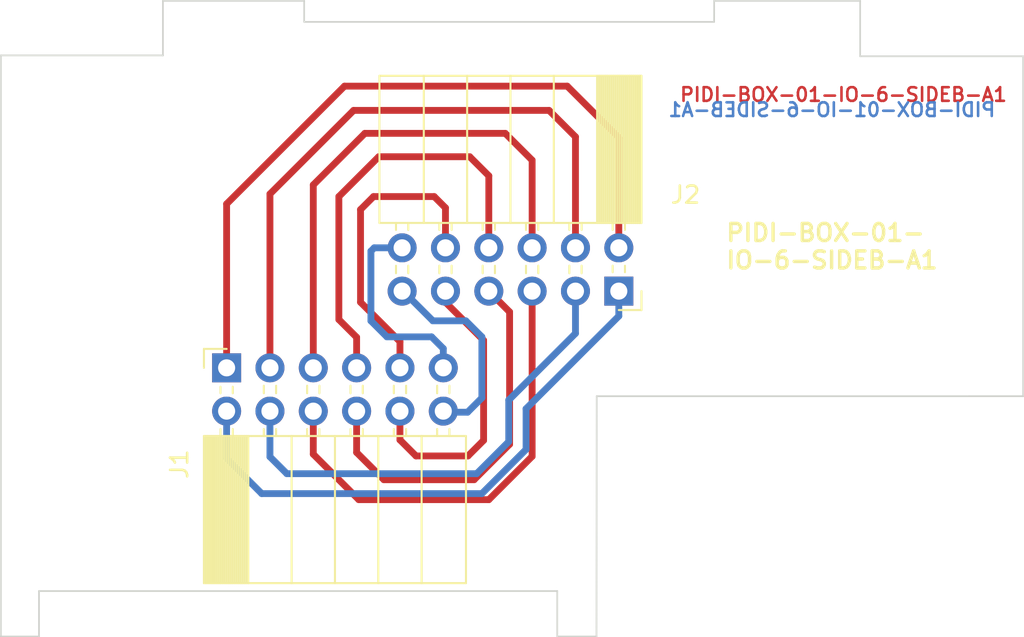
<source format=kicad_pcb>
(kicad_pcb (version 20241229) (generator "pcbnew") (generator_version "9.0")
  (layers (0 "F.Cu" signal) (2 "B.Cu" signal) (13 "F.Paste" user) (15 "B.Paste" user) (5 "F.SilkS" user "F.Silkscreen") (7 "B.SilkS" user "B.Silkscreen") (1 "F.Mask" user) (3 "B.Mask" user) (25 "Edge.Cuts" user))
  (net 0 "")
  (net 1 "Net-(J1-Pin_8)")
  (net 2 "Net-(J1-Pin_1)")
  (net 3 "Net-(J1-Pin_5)")
  (net 4 "Net-(J1-Pin_4)")
  (net 5 "Net-(J1-Pin_9)")
  (net 6 "Net-(J1-Pin_10)")
  (net 7 "Net-(J1-Pin_11)")
  (net 8 "Net-(J1-Pin_3)")
  (net 9 "Net-(J1-Pin_6)")
  (net 10 "Net-(J1-Pin_2)")
  (net 11 "Net-(J1-Pin_12)")
  (net 12 "Net-(J1-Pin_7)")
  (footprint "Connector_PinSocket_2.54mm:PinSocket_2x06_P2.54mm_Horizontal" (layer "F.Cu") (at 127.6604 91.5 -90)
    (property "Reference" "J2" (at -5.65 -3.9116 0) (layer "F.SilkS"))
    (property "Value" "Conn_02x06_Odd_Even" (hide yes))
    (fp_line (start -12.63 14.03) (end -4 14.03) (stroke (width 0.12)) (layer "F.SilkS"))
    (fp_line (start -4 13.06) (end -3.59 13.06) (stroke (width 0.12)) (layer "F.SilkS"))
    (fp_line (start -1.49 13.06) (end -1.05 13.06) (stroke (width 0.12)) (layer "F.SilkS"))
    (fp_line (start -4 12.34) (end -3.59 12.34) (stroke (width 0.12)) (layer "F.SilkS"))
    (fp_line (start -1.49 12.34) (end -1.05 12.34) (stroke (width 0.12)) (layer "F.SilkS"))
    (fp_line (start -12.63 11.43) (end -4 11.43) (stroke (width 0.12)) (layer "F.SilkS"))
    (fp_line (start -4 10.52) (end -3.59 10.52) (stroke (width 0.12)) (layer "F.SilkS"))
    (fp_line (start -1.49 10.52) (end -1.05 10.52) (stroke (width 0.12)) (layer "F.SilkS"))
    (fp_line (start -4 9.8) (end -3.59 9.8) (stroke (width 0.12)) (layer "F.SilkS"))
    (fp_line (start -1.49 9.8) (end -1.05 9.8) (stroke (width 0.12)) (layer "F.SilkS"))
    (fp_line (start -12.63 8.89) (end -4 8.89) (stroke (width 0.12)) (layer "F.SilkS"))
    (fp_line (start -4 7.98) (end -3.59 7.98) (stroke (width 0.12)) (layer "F.SilkS"))
    (fp_line (start -1.49 7.98) (end -1.05 7.98) (stroke (width 0.12)) (layer "F.SilkS"))
    (fp_line (start -4 7.26) (end -3.59 7.26) (stroke (width 0.12)) (layer "F.SilkS"))
    (fp_line (start -1.49 7.26) (end -1.05 7.26) (stroke (width 0.12)) (layer "F.SilkS"))
    (fp_line (start -12.63 6.35) (end -4 6.35) (stroke (width 0.12)) (layer "F.SilkS"))
    (fp_line (start -4 5.44) (end -3.59 5.44) (stroke (width 0.12)) (layer "F.SilkS"))
    (fp_line (start -1.49 5.44) (end -1.05 5.44) (stroke (width 0.12)) (layer "F.SilkS"))
    (fp_line (start -4 4.72) (end -3.59 4.72) (stroke (width 0.12)) (layer "F.SilkS"))
    (fp_line (start -1.49 4.72) (end -1.05 4.72) (stroke (width 0.12)) (layer "F.SilkS"))
    (fp_line (start -12.63 3.81) (end -4 3.81) (stroke (width 0.12)) (layer "F.SilkS"))
    (fp_line (start -4 2.9) (end -3.59 2.9) (stroke (width 0.12)) (layer "F.SilkS"))
    (fp_line (start -1.49 2.9) (end -1.05 2.9) (stroke (width 0.12)) (layer "F.SilkS"))
    (fp_line (start -4 2.18) (end -3.59 2.18) (stroke (width 0.12)) (layer "F.SilkS"))
    (fp_line (start -1.49 2.18) (end -1.05 2.18) (stroke (width 0.12)) (layer "F.SilkS"))
    (fp_line (start -12.63 1.27) (end -4 1.27) (stroke (width 0.12)) (layer "F.SilkS"))
    (fp_line (start -12.63 1.1519) (end -4 1.1519) (stroke (width 0.12)) (layer "F.SilkS"))
    (fp_line (start -12.63 1.033805) (end -4 1.033805) (stroke (width 0.12)) (layer "F.SilkS"))
    (fp_line (start -12.63 0.91571) (end -4 0.91571) (stroke (width 0.12)) (layer "F.SilkS"))
    (fp_line (start -12.63 0.797615) (end -4 0.797615) (stroke (width 0.12)) (layer "F.SilkS"))
    (fp_line (start -12.63 0.67952) (end -4 0.67952) (stroke (width 0.12)) (layer "F.SilkS"))
    (fp_line (start -12.63 0.561425) (end -4 0.561425) (stroke (width 0.12)) (layer "F.SilkS"))
    (fp_line (start -12.63 0.44333) (end -4 0.44333) (stroke (width 0.12)) (layer "F.SilkS"))
    (fp_line (start -4 0.36) (end -3.59 0.36) (stroke (width 0.12)) (layer "F.SilkS"))
    (fp_line (start -1.49 0.36) (end -1.11 0.36) (stroke (width 0.12)) (layer "F.SilkS"))
    (fp_line (start -12.63 0.325235) (end -4 0.325235) (stroke (width 0.12)) (layer "F.SilkS"))
    (fp_line (start -12.63 0.20714) (end -4 0.20714) (stroke (width 0.12)) (layer "F.SilkS"))
    (fp_line (start -12.63 0.089045) (end -4 0.089045) (stroke (width 0.12)) (layer "F.SilkS"))
    (fp_line (start -12.63 -0.02905) (end -4 -0.02905) (stroke (width 0.12)) (layer "F.SilkS"))
    (fp_line (start -12.63 -0.147145) (end -4 -0.147145) (stroke (width 0.12)) (layer "F.SilkS"))
    (fp_line (start -12.63 -0.26524) (end -4 -0.26524) (stroke (width 0.12)) (layer "F.SilkS"))
    (fp_line (start -4 -0.36) (end -3.59 -0.36) (stroke (width 0.12)) (layer "F.SilkS"))
    (fp_line (start -1.49 -0.36) (end -1.11 -0.36) (stroke (width 0.12)) (layer "F.SilkS"))
    (fp_line (start -12.63 -0.383335) (end -4 -0.383335) (stroke (width 0.12)) (layer "F.SilkS"))
    (fp_line (start -12.63 -0.50143) (end -4 -0.50143) (stroke (width 0.12)) (layer "F.SilkS"))
    (fp_line (start -12.63 -0.619525) (end -4 -0.619525) (stroke (width 0.12)) (layer "F.SilkS"))
    (fp_line (start -12.63 -0.73762) (end -4 -0.73762) (stroke (width 0.12)) (layer "F.SilkS"))
    (fp_line (start -12.63 -0.855715) (end -4 -0.855715) (stroke (width 0.12)) (layer "F.SilkS"))
    (fp_line (start -12.63 -0.97381) (end -4 -0.97381) (stroke (width 0.12)) (layer "F.SilkS"))
    (fp_line (start -12.63 -1.091905) (end -4 -1.091905) (stroke (width 0.12)) (layer "F.SilkS"))
    (fp_line (start -12.63 -1.21) (end -4 -1.21) (stroke (width 0.12)) (layer "F.SilkS"))
    (fp_line (start -12.63 -1.33) (end -12.63 14.03) (stroke (width 0.12)) (layer "F.SilkS"))
    (fp_line (start -12.63 -1.33) (end -4 -1.33) (stroke (width 0.12)) (layer "F.SilkS"))
    (fp_line (start -4 -1.33) (end -4 14.03) (stroke (width 0.12)) (layer "F.SilkS"))
    (fp_line (start 0 -1.33) (end 1.11 -1.33) (stroke (width 0.12)) (layer "F.SilkS"))
    (fp_line (start 1.11 -1.33) (end 1.11 0) (stroke (width 0.12)) (layer "F.SilkS"))
    (pad "1" thru_hole rect (at 0 0 270) (size 1.7 1.7) (drill 1) (layers "*.Cu" "*.Mask") (net 10 "Net-(J1-Pin_2)"))
    (pad "2" thru_hole circle (at -2.54 0 270) (size 1.7 1.7) (drill 1) (layers "*.Cu" "*.Mask") (net 2 "Net-(J1-Pin_1)"))
    (pad "3" thru_hole circle (at 0 2.54 270) (size 1.7 1.7) (drill 1) (layers "*.Cu" "*.Mask") (net 4 "Net-(J1-Pin_4)"))
    (pad "4" thru_hole circle (at -2.54 2.54 270) (size 1.7 1.7) (drill 1) (layers "*.Cu" "*.Mask") (net 8 "Net-(J1-Pin_3)"))
    (pad "5" thru_hole circle (at 0 5.08 270) (size 1.7 1.7) (drill 1) (layers "*.Cu" "*.Mask") (net 9 "Net-(J1-Pin_6)"))
    (pad "6" thru_hole circle (at -2.54 5.08 270) (size 1.7 1.7) (drill 1) (layers "*.Cu" "*.Mask") (net 3 "Net-(J1-Pin_5)"))
    (pad "7" thru_hole circle (at 0 7.62 270) (size 1.7 1.7) (drill 1) (layers "*.Cu" "*.Mask") (net 1 "Net-(J1-Pin_8)"))
    (pad "8" thru_hole circle (at -2.54 7.62 270) (size 1.7 1.7) (drill 1) (layers "*.Cu" "*.Mask") (net 12 "Net-(J1-Pin_7)"))
    (pad "9" thru_hole circle (at 0 10.16 270) (size 1.7 1.7) (drill 1) (layers "*.Cu" "*.Mask") (net 6 "Net-(J1-Pin_10)"))
    (pad "10" thru_hole circle (at -2.54 10.16 270) (size 1.7 1.7) (drill 1) (layers "*.Cu" "*.Mask") (net 5 "Net-(J1-Pin_9)"))
    (pad "11" thru_hole circle (at 0 12.7 270) (size 1.7 1.7) (drill 1) (layers "*.Cu" "*.Mask") (net 11 "Net-(J1-Pin_12)"))
    (pad "12" thru_hole circle (at -2.54 12.7 270) (size 1.7 1.7) (drill 1) (layers "*.Cu" "*.Mask") (net 7 "Net-(J1-Pin_11)"))
  )
  (footprint "Connector_PinSocket_2.54mm:PinSocket_2x06_P2.54mm_Horizontal" (layer "F.Cu") (at 104.673 96 90)
    (property "Reference" "J1" (at -5.65 -2.77 90) (layer "F.SilkS"))
    (property "Value" "Conn_02x06_Odd_Even" (hide yes))
    (fp_line (start 1.11 -1.33) (end 1.11 0) (stroke (width 0.12)) (layer "F.SilkS"))
    (fp_line (start 0 -1.33) (end 1.11 -1.33) (stroke (width 0.12)) (layer "F.SilkS"))
    (fp_line (start -4 -1.33) (end -4 14.03) (stroke (width 0.12)) (layer "F.SilkS"))
    (fp_line (start -12.63 -1.33) (end -4 -1.33) (stroke (width 0.12)) (layer "F.SilkS"))
    (fp_line (start -12.63 -1.33) (end -12.63 14.03) (stroke (width 0.12)) (layer "F.SilkS"))
    (fp_line (start -12.63 -1.21) (end -4 -1.21) (stroke (width 0.12)) (layer "F.SilkS"))
    (fp_line (start -12.63 -1.091905) (end -4 -1.091905) (stroke (width 0.12)) (layer "F.SilkS"))
    (fp_line (start -12.63 -0.97381) (end -4 -0.97381) (stroke (width 0.12)) (layer "F.SilkS"))
    (fp_line (start -12.63 -0.855715) (end -4 -0.855715) (stroke (width 0.12)) (layer "F.SilkS"))
    (fp_line (start -12.63 -0.73762) (end -4 -0.73762) (stroke (width 0.12)) (layer "F.SilkS"))
    (fp_line (start -12.63 -0.619525) (end -4 -0.619525) (stroke (width 0.12)) (layer "F.SilkS"))
    (fp_line (start -12.63 -0.50143) (end -4 -0.50143) (stroke (width 0.12)) (layer "F.SilkS"))
    (fp_line (start -12.63 -0.383335) (end -4 -0.383335) (stroke (width 0.12)) (layer "F.SilkS"))
    (fp_line (start -1.49 -0.36) (end -1.11 -0.36) (stroke (width 0.12)) (layer "F.SilkS"))
    (fp_line (start -4 -0.36) (end -3.59 -0.36) (stroke (width 0.12)) (layer "F.SilkS"))
    (fp_line (start -12.63 -0.26524) (end -4 -0.26524) (stroke (width 0.12)) (layer "F.SilkS"))
    (fp_line (start -12.63 -0.147145) (end -4 -0.147145) (stroke (width 0.12)) (layer "F.SilkS"))
    (fp_line (start -12.63 -0.02905) (end -4 -0.02905) (stroke (width 0.12)) (layer "F.SilkS"))
    (fp_line (start -12.63 0.089045) (end -4 0.089045) (stroke (width 0.12)) (layer "F.SilkS"))
    (fp_line (start -12.63 0.20714) (end -4 0.20714) (stroke (width 0.12)) (layer "F.SilkS"))
    (fp_line (start -12.63 0.325235) (end -4 0.325235) (stroke (width 0.12)) (layer "F.SilkS"))
    (fp_line (start -1.49 0.36) (end -1.11 0.36) (stroke (width 0.12)) (layer "F.SilkS"))
    (fp_line (start -4 0.36) (end -3.59 0.36) (stroke (width 0.12)) (layer "F.SilkS"))
    (fp_line (start -12.63 0.44333) (end -4 0.44333) (stroke (width 0.12)) (layer "F.SilkS"))
    (fp_line (start -12.63 0.561425) (end -4 0.561425) (stroke (width 0.12)) (layer "F.SilkS"))
    (fp_line (start -12.63 0.67952) (end -4 0.67952) (stroke (width 0.12)) (layer "F.SilkS"))
    (fp_line (start -12.63 0.797615) (end -4 0.797615) (stroke (width 0.12)) (layer "F.SilkS"))
    (fp_line (start -12.63 0.91571) (end -4 0.91571) (stroke (width 0.12)) (layer "F.SilkS"))
    (fp_line (start -12.63 1.033805) (end -4 1.033805) (stroke (width 0.12)) (layer "F.SilkS"))
    (fp_line (start -12.63 1.1519) (end -4 1.1519) (stroke (width 0.12)) (layer "F.SilkS"))
    (fp_line (start -12.63 1.27) (end -4 1.27) (stroke (width 0.12)) (layer "F.SilkS"))
    (fp_line (start -1.49 2.18) (end -1.05 2.18) (stroke (width 0.12)) (layer "F.SilkS"))
    (fp_line (start -4 2.18) (end -3.59 2.18) (stroke (width 0.12)) (layer "F.SilkS"))
    (fp_line (start -1.49 2.9) (end -1.05 2.9) (stroke (width 0.12)) (layer "F.SilkS"))
    (fp_line (start -4 2.9) (end -3.59 2.9) (stroke (width 0.12)) (layer "F.SilkS"))
    (fp_line (start -12.63 3.81) (end -4 3.81) (stroke (width 0.12)) (layer "F.SilkS"))
    (fp_line (start -1.49 4.72) (end -1.05 4.72) (stroke (width 0.12)) (layer "F.SilkS"))
    (fp_line (start -4 4.72) (end -3.59 4.72) (stroke (width 0.12)) (layer "F.SilkS"))
    (fp_line (start -1.49 5.44) (end -1.05 5.44) (stroke (width 0.12)) (layer "F.SilkS"))
    (fp_line (start -4 5.44) (end -3.59 5.44) (stroke (width 0.12)) (layer "F.SilkS"))
    (fp_line (start -12.63 6.35) (end -4 6.35) (stroke (width 0.12)) (layer "F.SilkS"))
    (fp_line (start -1.49 7.26) (end -1.05 7.26) (stroke (width 0.12)) (layer "F.SilkS"))
    (fp_line (start -4 7.26) (end -3.59 7.26) (stroke (width 0.12)) (layer "F.SilkS"))
    (fp_line (start -1.49 7.98) (end -1.05 7.98) (stroke (width 0.12)) (layer "F.SilkS"))
    (fp_line (start -4 7.98) (end -3.59 7.98) (stroke (width 0.12)) (layer "F.SilkS"))
    (fp_line (start -12.63 8.89) (end -4 8.89) (stroke (width 0.12)) (layer "F.SilkS"))
    (fp_line (start -1.49 9.8) (end -1.05 9.8) (stroke (width 0.12)) (layer "F.SilkS"))
    (fp_line (start -4 9.8) (end -3.59 9.8) (stroke (width 0.12)) (layer "F.SilkS"))
    (fp_line (start -1.49 10.52) (end -1.05 10.52) (stroke (width 0.12)) (layer "F.SilkS"))
    (fp_line (start -4 10.52) (end -3.59 10.52) (stroke (width 0.12)) (layer "F.SilkS"))
    (fp_line (start -12.63 11.43) (end -4 11.43) (stroke (width 0.12)) (layer "F.SilkS"))
    (fp_line (start -1.49 12.34) (end -1.05 12.34) (stroke (width 0.12)) (layer "F.SilkS"))
    (fp_line (start -4 12.34) (end -3.59 12.34) (stroke (width 0.12)) (layer "F.SilkS"))
    (fp_line (start -1.49 13.06) (end -1.05 13.06) (stroke (width 0.12)) (layer "F.SilkS"))
    (fp_line (start -4 13.06) (end -3.59 13.06) (stroke (width 0.12)) (layer "F.SilkS"))
    (fp_line (start -12.63 14.03) (end -4 14.03) (stroke (width 0.12)) (layer "F.SilkS"))
    (pad "1" thru_hole rect (at 0 0 90) (size 1.7 1.7) (drill 1) (layers "*.Cu" "*.Mask") (net 2 "Net-(J1-Pin_1)"))
    (pad "2" thru_hole circle (at -2.54 0 90) (size 1.7 1.7) (drill 1) (layers "*.Cu" "*.Mask") (net 10 "Net-(J1-Pin_2)"))
    (pad "3" thru_hole circle (at 0 2.54 90) (size 1.7 1.7) (drill 1) (layers "*.Cu" "*.Mask") (net 8 "Net-(J1-Pin_3)"))
    (pad "4" thru_hole circle (at -2.54 2.54 90) (size 1.7 1.7) (drill 1) (layers "*.Cu" "*.Mask") (net 4 "Net-(J1-Pin_4)"))
    (pad "5" thru_hole circle (at 0 5.08 90) (size 1.7 1.7) (drill 1) (layers "*.Cu" "*.Mask") (net 3 "Net-(J1-Pin_5)"))
    (pad "6" thru_hole circle (at -2.54 5.08 90) (size 1.7 1.7) (drill 1) (layers "*.Cu" "*.Mask") (net 9 "Net-(J1-Pin_6)"))
    (pad "7" thru_hole circle (at 0 7.62 90) (size 1.7 1.7) (drill 1) (layers "*.Cu" "*.Mask") (net 12 "Net-(J1-Pin_7)"))
    (pad "8" thru_hole circle (at -2.54 7.62 90) (size 1.7 1.7) (drill 1) (layers "*.Cu" "*.Mask") (net 1 "Net-(J1-Pin_8)"))
    (pad "9" thru_hole circle (at 0 10.16 90) (size 1.7 1.7) (drill 1) (layers "*.Cu" "*.Mask") (net 5 "Net-(J1-Pin_9)"))
    (pad "10" thru_hole circle (at -2.54 10.16 90) (size 1.7 1.7) (drill 1) (layers "*.Cu" "*.Mask") (net 6 "Net-(J1-Pin_10)"))
    (pad "11" thru_hole circle (at 0 12.7 90) (size 1.7 1.7) (drill 1) (layers "*.Cu" "*.Mask") (net 7 "Net-(J1-Pin_11)"))
    (pad "12" thru_hole circle (at -2.54 12.7 90) (size 1.7 1.7) (drill 1) (layers "*.Cu" "*.Mask") (net 11 "Net-(J1-Pin_12)"))
  )
  (gr_line (start 100.9396 74.4728) (end 100.9396 77.6732) (stroke (width 0.1)) (layer "Edge.Cuts"))
  (gr_line (start 141.808 77.724) (end 151.3608 77.724) (stroke (width 0.1)) (layer "Edge.Cuts"))
  (gr_line (start 133.2484 75.708) (end 133.25 74.4728) (stroke (width 0.1)) (layer "Edge.Cuts"))
  (gr_line (start 124.0536 111.76) (end 126.352277 111.76) (stroke (width 0.1)) (layer "Edge.Cuts"))
  (gr_line (start 141.808 74.4728) (end 133.2484 74.4728) (stroke (width 0.1)) (layer "Edge.Cuts"))
  (gr_line (start 124.0536 109.093) (end 124.0536 111.76) (stroke (width 0.1)) (layer "Edge.Cuts"))
  (gr_line (start 126.36507 97.664606) (end 151.3608 97.663) (stroke (width 0.1)) (layer "Edge.Cuts"))
  (gr_line (start 109.22 74.4728) (end 109.22 75.708) (stroke (width 0.1)) (layer "Edge.Cuts"))
  (gr_line (start 109.22 75.708) (end 133.2484 75.708) (stroke (width 0.1)) (layer "Edge.Cuts"))
  (gr_line (start 151.3608 77.724) (end 151.3608 97.663) (stroke (width 0.1)) (layer "Edge.Cuts"))
  (gr_line (start 93.6752 111.76) (end 93.6752 109.093) (stroke (width 0.1)) (layer "Edge.Cuts"))
  (gr_line (start 100.9396 77.6732) (end 91.44 77.6732) (stroke (width 0.1)) (layer "Edge.Cuts"))
  (gr_line (start 93.6752 109.093) (end 124.0536 109.093) (stroke (width 0.1)) (layer "Edge.Cuts"))
  (gr_line (start 91.44 77.6732) (end 91.44 111.76) (stroke (width 0.1)) (layer "Edge.Cuts"))
  (gr_line (start 109.22 74.4728) (end 100.9396 74.4728) (stroke (width 0.1)) (layer "Edge.Cuts"))
  (gr_line (start 91.44 111.76) (end 93.6752 111.76) (stroke (width 0.1)) (layer "Edge.Cuts"))
  (gr_line (start 126.3523 111.76) (end 126.36507 97.664606) (stroke (width 0.1)) (layer "Edge.Cuts"))
  (gr_line (start 141.808 77.724) (end 141.808 74.4728) (stroke (width 0.1)) (layer "Edge.Cuts"))
  (gr_text "PIDI-BOX-01-IO-6-SIDEB-A1" (at 131.1656 80.4418 0) (layer "F.Cu") (effects (font (size 0.8 0.8) (thickness 0.15) (bold yes)) (justify left bottom)))
  (gr_text "PIDI-BOX-01-IO-6-SIDEB-A1\n" (at 149.8092 81.3308 0) (layer "B.Cu") (effects (font (size 0.8 0.8) (thickness 0.15) (bold yes)) (justify left bottom mirror)))
  (gr_text "PIDI-BOX-01-\nIO-6-SIDEB-A1" (at 133.858 90.2716 0) (layer "F.SilkS") (effects (font (size 1 1) (thickness 0.2) (bold yes)) (justify left bottom)))
  (segment (start 119.1768 102.5652) (end 113.8936 102.5652) (width 0.4) (layer "F.Cu") (net 1))
  (segment (start 121.2596 100.4824) (end 119.1768 102.5652) (width 0.4) (layer "F.Cu") (net 1))
  (segment (start 120.0404 90.8812) (end 120.0404 91.5) (width 0.4) (layer "F.Cu") (net 1))
  (segment (start 113.8936 102.5652) (end 112.293 100.9646) (width 0.4) (layer "F.Cu") (net 1))
  (segment (start 120.0404 91.5) (end 121.2596 92.7192) (width 0.4) (layer "F.Cu") (net 1))
  (segment (start 121.2596 92.7192) (end 121.2596 100.4824) (width 0.4) (layer "F.Cu") (net 1))
  (segment (start 112.293 100.9646) (end 112.293 98.54) (width 0.4) (layer "F.Cu") (net 1))
  (segment (start 124.6378 79.4766) (end 127.6604 82.4992) (width 0.4) (layer "F.Cu") (net 2))
  (segment (start 104.673 86.3858) (end 111.5822 79.4766) (width 0.4) (layer "F.Cu") (net 2))
  (segment (start 104.673 96) (end 104.673 86.3858) (width 0.4) (layer "F.Cu") (net 2))
  (segment (start 127.6604 82.4992) (end 127.6604 88.96) (width 0.4) (layer "F.Cu") (net 2))
  (segment (start 111.5822 79.4766) (end 124.6378 79.4766) (width 0.4) (layer "F.Cu") (net 2))
  (segment (start 109.753 85.2682) (end 112.776 82.2452) (width 0.4) (layer "F.Cu") (net 3))
  (segment (start 109.753 96) (end 109.753 85.2682) (width 0.4) (layer "F.Cu") (net 3))
  (segment (start 121.0056 82.2452) (end 122.5804 83.82) (width 0.4) (layer "F.Cu") (net 3))
  (segment (start 112.776 82.2452) (end 121.0056 82.2452) (width 0.4) (layer "F.Cu") (net 3))
  (segment (start 122.5804 83.82) (end 122.5804 88.96) (width 0.4) (layer "F.Cu") (net 3))
  (segment (start 121.2088 97.8916) (end 121.2088 100.33) (width 0.4) (layer "B.Cu") (net 4))
  (segment (start 119.3292 102.2096) (end 108.204 102.2096) (width 0.4) (layer "B.Cu") (net 4))
  (segment (start 125.1204 91.5) (end 125.1204 93.98) (width 0.4) (layer "B.Cu") (net 4))
  (segment (start 108.204 102.2096) (end 107.213 101.2186) (width 0.4) (layer "B.Cu") (net 4))
  (segment (start 125.1204 93.98) (end 121.2088 97.8916) (width 0.4) (layer "B.Cu") (net 4))
  (segment (start 107.213 101.2186) (end 107.213 98.54) (width 0.4) (layer "B.Cu") (net 4))
  (segment (start 121.2088 100.33) (end 119.3292 102.2096) (width 0.4) (layer "B.Cu") (net 4))
  (segment (start 116.84 85.9536) (end 117.5004 86.614) (width 0.4) (layer "F.Cu") (net 5))
  (segment (start 114.833 96) (end 114.833 94.4622) (width 0.4) (layer "F.Cu") (net 5))
  (segment (start 114.833 95.6862) (end 114.833 96) (width 0.4) (layer "F.Cu") (net 5))
  (segment (start 113.284 85.9536) (end 116.84 85.9536) (width 0.4) (layer "F.Cu") (net 5))
  (segment (start 114.833 94.4622) (end 112.522 92.1512) (width 0.4) (layer "F.Cu") (net 5))
  (segment (start 112.522 86.7156) (end 113.284 85.9536) (width 0.4) (layer "F.Cu") (net 5))
  (segment (start 112.522 92.1512) (end 112.522 86.7156) (width 0.4) (layer "F.Cu") (net 5))
  (segment (start 117.5004 86.614) (end 117.5004 88.96) (width 0.4) (layer "F.Cu") (net 5))
  (segment (start 119.7356 100.2538) (end 119.7356 94.3864) (width 0.4) (layer "F.Cu") (net 6))
  (segment (start 114.833 98.54) (end 114.833 100.228) (width 0.4) (layer "F.Cu") (net 6))
  (segment (start 118.8212 101.1682) (end 119.7356 100.2538) (width 0.4) (layer "F.Cu") (net 6))
  (segment (start 115.7732 101.1682) (end 118.8212 101.1682) (width 0.4) (layer "F.Cu") (net 6))
  (segment (start 114.833 100.228) (end 115.7732 101.1682) (width 0.4) (layer "F.Cu") (net 6))
  (segment (start 119.7356 94.3864) (end 117.5004 92.1512) (width 0.4) (layer "F.Cu") (net 6))
  (segment (start 117.5004 92.1512) (end 117.5004 91.5) (width 0.4) (layer "F.Cu") (net 6))
  (segment (start 113.1316 89.154) (end 113.3256 88.96) (width 0.4) (layer "B.Cu") (net 7))
  (segment (start 113.1316 93.2434) (end 113.1316 89.154) (width 0.4) (layer "B.Cu") (net 7))
  (segment (start 117.373 96) (end 117.373 94.8686) (width 0.4) (layer "B.Cu") (net 7))
  (segment (start 116.6876 94.1832) (end 114.0714 94.1832) (width 0.4) (layer "B.Cu") (net 7))
  (segment (start 113.3256 88.96) (end 114.9604 88.96) (width 0.4) (layer "B.Cu") (net 7))
  (segment (start 117.373 94.8686) (end 116.6876 94.1832) (width 0.4) (layer "B.Cu") (net 7))
  (segment (start 114.0714 94.1832) (end 113.1316 93.2434) (width 0.4) (layer "B.Cu") (net 7))
  (segment (start 125.1204 82.4484) (end 123.571 80.899) (width 0.4) (layer "F.Cu") (net 8))
  (segment (start 123.571 80.899) (end 112.1156 80.899) (width 0.4) (layer "F.Cu") (net 8))
  (segment (start 125.1204 88.96) (end 125.1204 82.4484) (width 0.4) (layer "F.Cu") (net 8))
  (segment (start 112.1156 80.899) (end 107.213 85.8016) (width 0.4) (layer "F.Cu") (net 8))
  (segment (start 107.213 85.8016) (end 107.213 96) (width 0.4) (layer "F.Cu") (net 8))
  (segment (start 112.4204 103.7336) (end 109.753 101.0662) (width 0.4) (layer "F.Cu") (net 9))
  (segment (start 122.5804 91) (end 122.5804 101.1936) (width 0.4) (layer "F.Cu") (net 9))
  (segment (start 120.0404 103.7336) (end 112.4204 103.7336) (width 0.4) (layer "F.Cu") (net 9))
  (segment (start 109.753 101.0662) (end 109.753 98.54) (width 0.4) (layer "F.Cu") (net 9))
  (segment (start 122.5804 101.1936) (end 120.0404 103.7336) (width 0.4) (layer "F.Cu") (net 9))
  (segment (start 104.673 98.54) (end 104.673 101.3202) (width 0.4) (layer "B.Cu") (net 10))
  (segment (start 119.634 103.378) (end 122.2248 100.7872) (width 0.4) (layer "B.Cu") (net 10))
  (segment (start 104.673 101.3202) (end 106.7308 103.378) (width 0.4) (layer "B.Cu") (net 10))
  (segment (start 122.2248 98.3996) (end 127.6604 92.964) (width 0.4) (layer "B.Cu") (net 10))
  (segment (start 122.2248 100.7872) (end 122.2248 98.3996) (width 0.4) (layer "B.Cu") (net 10))
  (segment (start 127.6604 92.964) (end 127.6604 91.5) (width 0.4) (layer "B.Cu") (net 10))
  (segment (start 106.7308 103.378) (end 119.634 103.378) (width 0.4) (layer "B.Cu") (net 10))
  (segment (start 118.6942 93.2434) (end 119.634 94.1832) (width 0.4) (layer "B.Cu") (net 11))
  (segment (start 119.634 94.1832) (end 119.634 97.7646) (width 0.4) (layer "B.Cu") (net 11))
  (segment (start 118.7958 98.6028) (end 117.4358 98.6028) (width 0.4) (layer "B.Cu") (net 11))
  (segment (start 116.7638 93.2434) (end 118.6942 93.2434) (width 0.4) (layer "B.Cu") (net 11))
  (segment (start 114.9604 91.5) (end 115.0204 91.5) (width 0.4) (layer "B.Cu") (net 11))
  (segment (start 117.4358 98.6028) (end 117.373 98.54) (width 0.4) (layer "B.Cu") (net 11))
  (segment (start 115.0204 91.5) (end 116.7638 93.2434) (width 0.4) (layer "B.Cu") (net 11))
  (segment (start 119.634 97.7646) (end 118.7958 98.6028) (width 0.4) (layer "B.Cu") (net 11))
  (segment (start 111.252 93.1672) (end 112.293 94.2082) (width 0.4) (layer "F.Cu") (net 12))
  (segment (start 120.0404 84.7344) (end 118.9228 83.6168) (width 0.4) (layer "F.Cu") (net 12))
  (segment (start 112.293 94.2082) (end 112.293 96) (width 0.4) (layer "F.Cu") (net 12))
  (segment (start 118.9228 83.6168) (end 113.5888 83.6168) (width 0.4) (layer "F.Cu") (net 12))
  (segment (start 111.252 85.9536) (end 111.252 93.1672) (width 0.4) (layer "F.Cu") (net 12))
  (segment (start 120.0404 88.96) (end 120.0404 84.7344) (width 0.4) (layer "F.Cu") (net 12))
  (segment (start 113.5888 83.6168) (end 111.252 85.9536) (width 0.4) (layer "F.Cu") (net 12))
)
</source>
